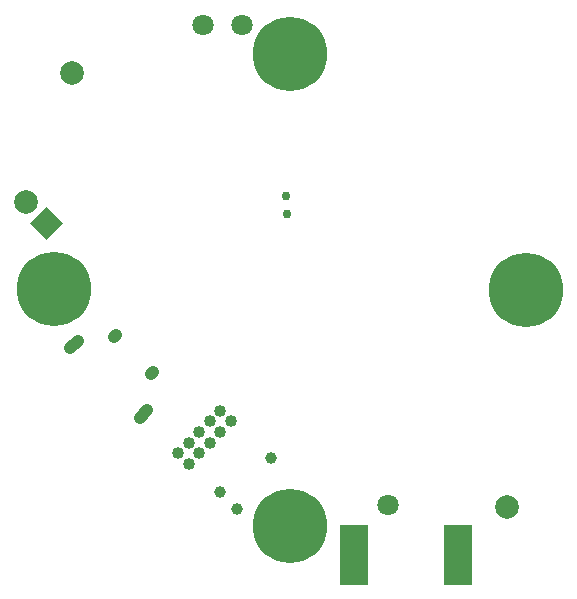
<source format=gbs>
G04 #@! TF.FileFunction,Soldermask,Bot*
%FSLAX46Y46*%
G04 Gerber Fmt 4.6, Leading zero omitted, Abs format (unit mm)*
G04 Created by KiCad (PCBNEW 0.201509071501+6164~29~ubuntu14.04.1-product) date Thu 07 Jan 2016 12:58:05 GMT*
%MOMM*%
G01*
G04 APERTURE LIST*
%ADD10C,0.100000*%
%ADD11C,2.000000*%
%ADD12C,1.016000*%
%ADD13R,2.413000X5.080000*%
%ADD14C,1.800000*%
%ADD15C,0.750000*%
%ADD16C,1.000000*%
%ADD17C,1.000000*%
%ADD18C,6.300000*%
%ADD19C,0.600000*%
G04 APERTURE END LIST*
D10*
G36*
X106400000Y-106035786D02*
X107814214Y-107450000D01*
X106400000Y-108864214D01*
X104985786Y-107450000D01*
X106400000Y-106035786D01*
X106400000Y-106035786D01*
G37*
D11*
X104603949Y-105653949D03*
D12*
X121098025Y-123305923D03*
X121996051Y-124203949D03*
X120200000Y-124203949D03*
X121098025Y-125101975D03*
X119301974Y-125101975D03*
X120200000Y-126000000D03*
X118403949Y-126000000D03*
X119301974Y-126898026D03*
X117505923Y-126898026D03*
X118403949Y-127796051D03*
D13*
X141181500Y-135500000D03*
X132418500Y-135500000D03*
D14*
X135250000Y-131250000D03*
X119600000Y-90650000D03*
X122950000Y-90650000D03*
D15*
X126750000Y-106650000D03*
X126650000Y-105100000D03*
D16*
X125392516Y-127350413D03*
X121081993Y-130224095D03*
X122518834Y-131660936D03*
D11*
X108565224Y-94715224D03*
X145334776Y-131484776D03*
D17*
X115433021Y-120013604D02*
X115256245Y-120190380D01*
X112286396Y-116866979D02*
X112109620Y-117043755D01*
X114920369Y-123283973D02*
X114283973Y-123920369D01*
X109016027Y-117379631D02*
X108379631Y-118016027D01*
D18*
X127000000Y-93100000D03*
D19*
X127000000Y-90600000D03*
X129500000Y-93100000D03*
X127000000Y-95600000D03*
X124500000Y-93100000D03*
X125200000Y-91300000D03*
X128800000Y-91300000D03*
X125200000Y-94900000D03*
X128800000Y-94900000D03*
D18*
X107000000Y-113000000D03*
D19*
X107000000Y-110500000D03*
X109500000Y-113000000D03*
X107000000Y-115500000D03*
X104500000Y-113000000D03*
X105200000Y-111200000D03*
X108800000Y-111200000D03*
X105200000Y-114800000D03*
X108800000Y-114800000D03*
D18*
X127000000Y-133100000D03*
D19*
X127000000Y-130600000D03*
X129500000Y-133100000D03*
X127000000Y-135600000D03*
X124500000Y-133100000D03*
X125200000Y-131300000D03*
X128800000Y-131300000D03*
X125200000Y-134900000D03*
X128800000Y-134900000D03*
D18*
X147000000Y-113100000D03*
D19*
X147000000Y-110600000D03*
X149500000Y-113100000D03*
X147000000Y-115600000D03*
X144500000Y-113100000D03*
X145200000Y-111300000D03*
X148800000Y-111300000D03*
X145200000Y-114900000D03*
X148800000Y-114900000D03*
M02*

</source>
